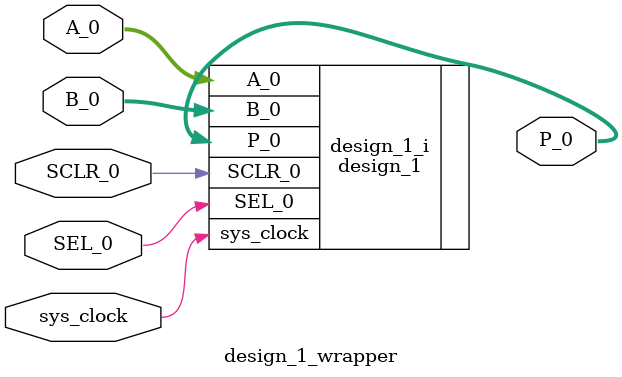
<source format=v>
`timescale 1 ps / 1 ps

module design_1_wrapper
   (A_0,
    B_0,
    P_0,
    SCLR_0,
    SEL_0,
    sys_clock);
  input [7:0]A_0;
  input [7:0]B_0;
  output [47:0]P_0;
  input SCLR_0;
  input [0:0]SEL_0;
  input sys_clock;

  wire [7:0]A_0;
  wire [7:0]B_0;
  wire [47:0]P_0;
  wire SCLR_0;
  wire [0:0]SEL_0;
  wire sys_clock;

  design_1 design_1_i
       (.A_0(A_0),
        .B_0(B_0),
        .P_0(P_0),
        .SCLR_0(SCLR_0),
        .SEL_0(SEL_0),
        .sys_clock(sys_clock));
endmodule

</source>
